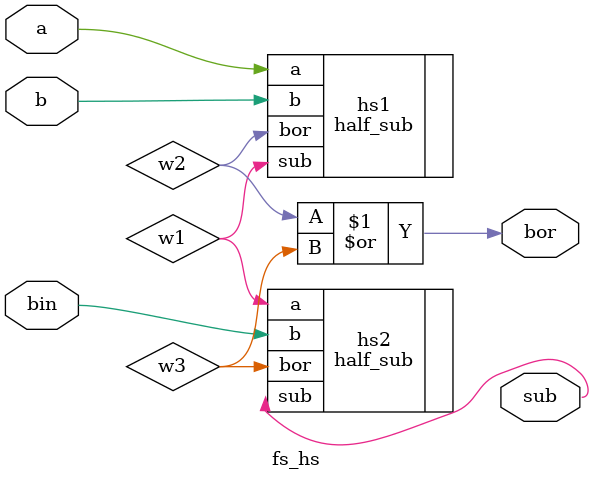
<source format=v>
`timescale 1ns / 1ps
module fs_hs(sub, bor, a, b, bin );
	input a, b, bin;
	output sub, bor;
	wire w1, w2, w3;
	half_sub hs1(.sub(w1), .bor(w2), .a(a), .b(b));
	half_sub hs2(.sub(sub), .bor(w3), .a(w1), .b(bin));
	or or1(bor, w2, w3);

endmodule

</source>
